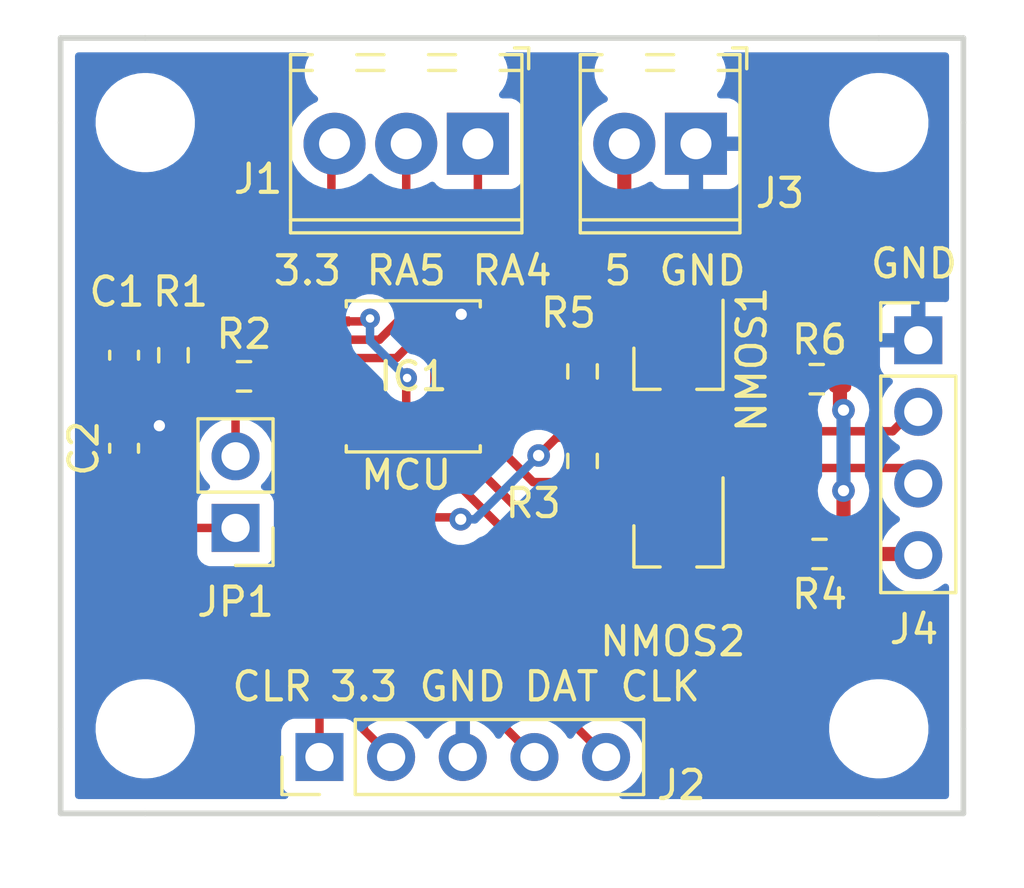
<source format=kicad_pcb>
(kicad_pcb (version 20211014) (generator pcbnew)
  (layers (0 "F.Cu" signal) (31 "B.Cu" power) (34 "B.Paste" user) (35 "F.Paste" user) (36 "B.SilkS" user "B.Silkscreen") (37 "F.SilkS" user "F.Silkscreen") (38 "B.Mask" user) (39 "F.Mask" user) (44 "Edge.Cuts" user))
  (net 0 "")
  (net 1 "GND")
  (net 2 "Net-(C2-Pad1)")
  (net 3 "RA5")
  (net 4 "MCLR")
  (net 6 "RA4")
  (net 7 "MCUTX")
  (net 8 "MCURX")
  (net 11 "CLK")
  (net 12 "DATA")
  (net 13 "+5V")
  (net 14 "STX")
  (net 15 "SRX")
  (net 16 "+3.3V")
  (net 17 "Net-(JP1-Pad2)")
  (footprint "MountingHole:MountingHole_2.5mm" (layer "F.Cu") (at -31 -75.5)
    (fp_text reference "H2")
    (fp_text value "MountingHole")
    (pad "" np_thru_hole circle (at 0 0) (size 2.5 2.5) (drill 2.5) (layers *.Cu *.Mask))
  )
  (footprint "Capacitor_SMD:C_0603_1608Metric" (layer "F.Cu") (at -31.75 -88.75 -90)
    (fp_text reference "C1" (at -2.25 0.25 180) (layer "F.SilkS"))
    (fp_text value "100n")
    (fp_line (start -0.14058 0.51) (end 0.14058 0.51) (layer "F.SilkS") (width 0.12))
    (fp_line (start -0.14058 -0.51) (end 0.14058 -0.51) (layer "F.SilkS") (width 0.12))
    (pad "1" smd roundrect (at -0.775 0 270) (size 0.9 0.95) (layers "F.Cu" "F.Paste" "F.Mask") (net 16 "+3.3V"))
    (pad "2" smd roundrect (at 0.775 0 270) (size 0.9 0.95) (layers "F.Cu" "F.Paste" "F.Mask") (net 1 "GND"))
  )
  (footprint "Resistor_SMD:R_0603_1608Metric" (layer "F.Cu") (at -15.5 -85 -90)
    (fp_text reference "R3" (at 1.5 1.75 180) (layer "F.SilkS"))
    (fp_text value "10k")
    (fp_line (start -0.237258 -0.5225) (end 0.237258 -0.5225) (layer "F.SilkS") (width 0.12))
    (fp_line (start -0.237258 0.5225) (end 0.237258 0.5225) (layer "F.SilkS") (width 0.12))
    (pad "1" smd roundrect (at -0.825 0 270) (size 0.8 0.95) (layers "F.Cu" "F.Paste" "F.Mask") (net 16 "+3.3V"))
    (pad "2" smd roundrect (at 0.825 0 270) (size 0.8 0.95) (layers "F.Cu" "F.Paste" "F.Mask") (net 7 "MCUTX"))
  )
  (footprint "Resistor_SMD:R_0603_1608Metric" (layer "F.Cu") (at -7.2 -87.9 180)
    (fp_text reference "R6" (at -0.1 1.4 180) (layer "F.SilkS"))
    (fp_text value "10k")
    (fp_line (start -0.237258 0.5225) (end 0.237258 0.5225) (layer "F.SilkS") (width 0.12))
    (fp_line (start -0.237258 -0.5225) (end 0.237258 -0.5225) (layer "F.SilkS") (width 0.12))
    (pad "1" smd roundrect (at -0.825 0 180) (size 0.8 0.95) (layers "F.Cu" "F.Paste" "F.Mask") (net 13 "+5V"))
    (pad "2" smd roundrect (at 0.825 0 180) (size 0.8 0.95) (layers "F.Cu" "F.Paste" "F.Mask") (net 14 "STX"))
  )
  (footprint "Connector_PinHeader_2.54mm:PinHeader_1x05_P2.54mm_Vertical" (layer "F.Cu") (at -24.825 -74.5 90)
    (fp_text reference "J2" (at -1 12.825 180) (layer "F.SilkS"))
    (fp_text value "Conn_01x05")
    (fp_line (start 1.33 1.27) (end 1.33 11.49) (layer "F.SilkS") (width 0.12))
    (fp_line (start -1.33 11.49) (end 1.33 11.49) (layer "F.SilkS") (width 0.12))
    (fp_line (start -1.33 0) (end -1.33 -1.33) (layer "F.SilkS") (width 0.12))
    (fp_line (start -1.33 1.27) (end 1.33 1.27) (layer "F.SilkS") (width 0.12))
    (fp_line (start -1.33 -1.33) (end 0 -1.33) (layer "F.SilkS") (width 0.12))
    (fp_line (start -1.33 1.27) (end -1.33 11.49) (layer "F.SilkS") (width 0.12))
    (pad "1" thru_hole rect (at 0 0 90) (size 1.7 1.7) (drill 1) (layers *.Cu *.Mask) (net 4 "MCLR"))
    (pad "2" thru_hole oval (at 0 2.54 90) (size 1.7 1.7) (drill 1) (layers *.Cu *.Mask) (net 16 "+3.3V"))
    (pad "3" thru_hole oval (at 0 5.08 90) (size 1.7 1.7) (drill 1) (layers *.Cu *.Mask) (net 1 "GND"))
    (pad "4" thru_hole oval (at 0 7.62 90) (size 1.7 1.7) (drill 1) (layers *.Cu *.Mask) (net 12 "DATA"))
    (pad "5" thru_hole oval (at 0 10.16 90) (size 1.7 1.7) (drill 1) (layers *.Cu *.Mask) (net 11 "CLK"))
  )
  (footprint "MountingHole:MountingHole_2.5mm" (layer "F.Cu") (at -5 -75.5)
    (fp_text reference "H4")
    (fp_text value "MountingHole")
    (pad "" np_thru_hole circle (at 0 0) (size 2.5 2.5) (drill 2.5) (layers *.Cu *.Mask))
  )
  (footprint "MountingHole:MountingHole_2.5mm" (layer "F.Cu") (at -5 -97)
    (fp_text reference "H3")
    (fp_text value "MountingHole")
    (pad "" np_thru_hole circle (at 0 0) (size 2.5 2.5) (drill 2.5) (layers *.Cu *.Mask))
  )
  (footprint "Resistor_SMD:R_0603_1608Metric" (layer "F.Cu") (at -27.5 -88 180)
    (fp_text reference "R2" (at 0 1.5) (layer "F.SilkS"))
    (fp_text value "220")
    (fp_line (start -0.237258 0.5225) (end 0.237258 0.5225) (layer "F.SilkS") (width 0.12))
    (fp_line (start -0.237258 -0.5225) (end 0.237258 -0.5225) (layer "F.SilkS") (width 0.12))
    (pad "1" smd roundrect (at -0.825 0 180) (size 0.8 0.95) (layers "F.Cu" "F.Paste" "F.Mask") (net 4 "MCLR"))
    (pad "2" smd roundrect (at 0.825 0 180) (size 0.8 0.95) (layers "F.Cu" "F.Paste" "F.Mask") (net 17 "Net-(JP1-Pad2)"))
  )
  (footprint "Package_TO_SOT_SMD:SOT-23_Handsoldering" (layer "F.Cu") (at -12.1 -82 -90)
    (fp_text reference "NMOS2" (at 3.4 0.2 180) (layer "F.SilkS"))
    (fp_text value "BSS138")
    (fp_line (start 0.76 1.58) (end 0.76 0.65) (layer "F.SilkS") (width 0.12))
    (fp_line (start 0.76 -1.58) (end 0.76 -0.65) (layer "F.SilkS") (width 0.12))
    (fp_line (start 0.76 -1.58) (end -2.4 -1.58) (layer "F.SilkS") (width 0.12))
    (fp_line (start 0.76 1.58) (end -0.7 1.58) (layer "F.SilkS") (width 0.12))
    (pad "1" smd rect (at 1.5 0 270) (size 1.9 0.8) (layers "F.Cu" "F.Paste" "F.Mask") (net 15 "SRX"))
    (pad "2" smd rect (at -1.5 -0.95 270) (size 1.9 0.8) (layers "F.Cu" "F.Paste" "F.Mask") (net 16 "+3.3V"))
    (pad "3" smd rect (at -1.5 0.95 270) (size 1.9 0.8) (layers "F.Cu" "F.Paste" "F.Mask") (net 7 "MCUTX"))
  )
  (footprint "TerminalBlock_Phoenix:TerminalBlock_Phoenix_MPT-0,5-3-2.54_1x03_P2.54mm_Horizontal" (layer "F.Cu") (at -19.21 -96.25 180)
    (fp_text reference "J1" (at 7.79 -1.25) (layer "F.SilkS"))
    (fp_text value "Conn_01x03")
    (fp_line (start 0.79 3.16) (end 1.75 3.16) (layer "F.SilkS") (width 0.12))
    (fp_line (start 6.64 -3.16) (end 6.64 3.16) (layer "F.SilkS") (width 0.12))
    (fp_line (start 0.79 2.6) (end 1.75 2.6) (layer "F.SilkS") (width 0.12))
    (fp_line (start -1.56 -3.16) (end -1.56 3.16) (layer "F.SilkS") (width 0.12))
    (fp_line (start 5.87 3.16) (end 6.64 3.16) (layer "F.SilkS") (width 0.12))
    (fp_line (start -1.8 2.66) (end -1.8 3.4) (layer "F.SilkS") (width 0.12))
    (fp_line (start 5.87 2.6) (end 6.64 2.6) (layer "F.SilkS") (width 0.12))
    (fp_line (start -1.56 2.6) (end -0.79 2.6) (layer "F.SilkS") (width 0.12))
    (fp_line (start -1.56 -2.7) (end 6.64 -2.7) (layer "F.SilkS") (width 0.12))
    (fp_line (start 3.33 2.6) (end 4.29 2.6) (layer "F.SilkS") (width 0.12))
    (fp_line (start 3.33 3.16) (end 4.29 3.16) (layer "F.SilkS") (width 0.12))
    (fp_line (start -1.56 3.16) (end -0.79 3.16) (layer "F.SilkS") (width 0.12))
    (fp_line (start -1.8 3.4) (end -1.3 3.4) (layer "F.SilkS") (width 0.12))
    (fp_line (start -1.56 -3.16) (end 6.64 -3.16) (layer "F.SilkS") (width 0.12))
    (pad "" np_thru_hole circle (at 0 2.54 180) (size 1.1 1.1) (drill 1.1) (layers *.Cu *.Mask))
    (pad "" np_thru_hole circle (at 5.08 2.54 180) (size 1.1 1.1) (drill 1.1) (layers *.Cu *.Mask))
    (pad "" np_thru_hole circle (at 2.54 2.54 180) (size 1.1 1.1) (drill 1.1) (layers *.Cu *.Mask))
    (pad "1" thru_hole rect (at 0 0 180) (size 2.2 2.2) (drill 1.1) (layers *.Cu *.Mask) (net 6 "RA4"))
    (pad "2" thru_hole circle (at 2.54 0 180) (size 2.2 2.2) (drill 1.1) (layers *.Cu *.Mask) (net 3 "RA5"))
    (pad "3" thru_hole circle (at 5.08 0 180) (size 2.2 2.2) (drill 1.1) (layers *.Cu *.Mask) (net 16 "+3.3V"))
  )
  (footprint "Connector_PinHeader_2.54mm:PinHeader_1x04_P2.54mm_Vertical" (layer "F.Cu") (at -3.6 -89.28)
    (fp_text reference "J4" (at -0.15 10.25) (layer "F.SilkS"))
    (fp_text value "HC-SR04")
    (fp_line (start -1.33 0) (end -1.33 -1.33) (layer "F.SilkS") (width 0.12))
    (fp_line (start 1.33 1.27) (end 1.33 8.95) (layer "F.SilkS") (width 0.12))
    (fp_line (start -1.33 1.27) (end -1.33 8.95) (layer "F.SilkS") (width 0.12))
    (fp_line (start -1.33 8.95) (end 1.33 8.95) (layer "F.SilkS") (width 0.12))
    (fp_line (start -1.33 -1.33) (end 0 -1.33) (layer "F.SilkS") (width 0.12))
    (fp_line (start -1.33 1.27) (end 1.33 1.27) (layer "F.SilkS") (width 0.12))
    (pad "1" thru_hole rect (at 0 0) (size 1.7 1.7) (drill 1) (layers *.Cu *.Mask) (net 1 "GND"))
    (pad "2" thru_hole oval (at 0 2.54) (size 1.7 1.7) (drill 1) (layers *.Cu *.Mask) (net 14 "STX"))
    (pad "3" thru_hole oval (at 0 5.08) (size 1.7 1.7) (drill 1) (layers *.Cu *.Mask) (net 15 "SRX"))
    (pad "4" thru_hole oval (at 0 7.62) (size 1.7 1.7) (drill 1) (layers *.Cu *.Mask) (net 13 "+5V"))
  )
  (footprint "TerminalBlock_Phoenix:TerminalBlock_Phoenix_MPT-0,5-2-2.54_1x02_P2.54mm_Horizontal" (layer "F.Cu") (at -11.48 -96.25 180)
    (fp_text reference "J3" (at -2.98 -1.75) (layer "F.SilkS"))
    (fp_text value "Conn_01x02")
    (fp_line (start -1.56 -3.16) (end 4.1 -3.16) (layer "F.SilkS") (width 0.12))
    (fp_line (start 3.33 2.6) (end 4.1 2.6) (layer "F.SilkS") (width 0.12))
    (fp_line (start 3.33 3.16) (end 4.1 3.16) (layer "F.SilkS") (width 0.12))
    (fp_line (start 0.79 3.16) (end 1.75 3.16) (layer "F.SilkS") (width 0.12))
    (fp_line (start 0.79 2.6) (end 1.75 2.6) (layer "F.SilkS") (width 0.12))
    (fp_line (start -1.56 3.16) (end -0.79 3.16) (layer "F.SilkS") (width 0.12))
    (fp_line (start -1.56 -2.7) (end 4.1 -2.7) (layer "F.SilkS") (width 0.12))
    (fp_line (start 4.1 -3.16) (end 4.1 3.16) (layer "F.SilkS") (width 0.12))
    (fp_line (start -1.8 2.66) (end -1.8 3.4) (layer "F.SilkS") (width 0.12))
    (fp_line (start -1.8 3.4) (end -1.3 3.4) (layer "F.SilkS") (width 0.12))
    (fp_line (start -1.56 -3.16) (end -1.56 3.16) (layer "F.SilkS") (width 0.12))
    (fp_line (start -1.56 2.6) (end -0.79 2.6) (layer "F.SilkS") (width 0.12))
    (pad "" np_thru_hole circle (at 2.54 2.54 180) (size 1.1 1.1) (drill 1.1) (layers *.Cu *.Mask))
    (pad "" np_thru_hole circle (at 0 2.54 180) (size 1.1 1.1) (drill 1.1) (layers *.Cu *.Mask))
    (pad "1" thru_hole rect (at 0 0 180) (size 2.2 2.2) (drill 1.1) (layers *.Cu *.Mask) (net 1 "GND"))
    (pad "2" thru_hole circle (at 2.54 0 180) (size 2.2 2.2) (drill 1.1) (layers *.Cu *.Mask) (net 13 "+5V"))
  )
  (footprint "footprints:PIC16F15224-E&slash_ST" (layer "F.Cu") (at -21.5 -88)
    (fp_text reference "IC1" (at 0 0) (layer "F.SilkS"))
    (fp_text value "MCU" (at -0.25 3.5) (layer "F.SilkS"))
    (fp_line (start -2.3749 2.6797) (end 2.3749 2.6797) (layer "F.SilkS") (width 0.12))
    (fp_line (start 2.3749 2.6797) (end 2.3749 2.460541) (layer "F.SilkS") (width 0.12))
    (fp_line (start -2.3749 -2.6797) (end -2.3749 -2.460541) (layer "F.SilkS") (width 0.12))
    (fp_line (start 2.3749 -2.6797) (end -2.3749 -2.6797) (layer "F.SilkS") (width 0.12))
    (fp_line (start 2.3749 -2.460539) (end 2.3749 -2.6797) (layer "F.SilkS") (width 0.12))
    (fp_line (start -2.3749 2.460539) (end -2.3749 2.6797) (layer "F.SilkS") (width 0.12))
    (pad "1" smd rect (at -2.90195 -1.950001) (size 1.3081 0.3556) (layers "F.Cu" "F.Paste" "F.Mask") (net 16 "+3.3V"))
    (pad "2" smd rect (at -2.90195 -1.3) (size 1.3081 0.3556) (layers "F.Cu" "F.Paste" "F.Mask") (net 3 "RA5"))
    (pad "3" smd rect (at -2.90195 -0.649999) (size 1.3081 0.3556) (layers "F.Cu" "F.Paste" "F.Mask") (net 6 "RA4"))
    (pad "4" smd rect (at -2.90195 0) (size 1.3081 0.3556) (layers "F.Cu" "F.Paste" "F.Mask") (net 4 "MCLR"))
    (pad "5" smd rect (at -2.90195 0.649999) (size 1.3081 0.3556) (layers "F.Cu" "F.Paste" "F.Mask"))
    (pad "6" smd rect (at -2.90195 1.3) (size 1.3081 0.3556) (layers "F.Cu" "F.Paste" "F.Mask"))
    (pad "7" smd rect (at -2.90195 1.949999) (size 1.3081 0.3556) (layers "F.Cu" "F.Paste" "F.Mask"))
    (pad "8" smd rect (at 2.90195 1.950001) (size 1.3081 0.3556) (layers "F.Cu" "F.Paste" "F.Mask") (net 7 "MCUTX"))
    (pad "9" smd rect (at 2.90195 1.3) (size 1.3081 0.3556) (layers "F.Cu" "F.Paste" "F.Mask") (net 8 "MCURX"))
    (pad "10" smd rect (at 2.90195 0.650001) (size 1.3081 0.3556) (layers "F.Cu" "F.Paste" "F.Mask"))
    (pad "11" smd rect (at 2.90195 0) (size 1.3081 0.3556) (layers "F.Cu" "F.Paste" "F.Mask"))
    (pad "12" smd rect (at 2.90195 -0.649999) (size 1.3081 0.3556) (layers "F.Cu" "F.Paste" "F.Mask") (net 11 "CLK"))
    (pad "13" smd rect (at 2.90195 -1.3) (size 1.3081 0.3556) (layers "F.Cu" "F.Paste" "F.Mask") (net 12 "DATA"))
    (pad "14" smd rect (at 2.90195 -1.949999) (size 1.3081 0.3556) (layers "F.Cu" "F.Paste" "F.Mask") (net 1 "GND"))
  )
  (footprint "Connector_PinHeader_2.54mm:PinHeader_1x02_P2.54mm_Vertical" (layer "F.Cu") (at -27.8 -82.625 180)
    (fp_text reference "JP1" (at 0 -2.625) (layer "F.SilkS"))
    (fp_text value "Jumper_2_Bridged")
    (fp_line (start -1.33 3.87) (end 1.33 3.87) (layer "F.SilkS") (width 0.12))
    (fp_line (start 1.33 1.27) (end 1.33 3.87) (layer "F.SilkS") (width 0.12))
    (fp_line (start -1.33 1.27) (end 1.33 1.27) (layer "F.SilkS") (width 0.12))
    (fp_line (start -1.33 0) (end -1.33 -1.33) (layer "F.SilkS") (width 0.12))
    (fp_line (start -1.33 -1.33) (end 0 -1.33) (layer "F.SilkS") (width 0.12))
    (fp_line (start -1.33 1.27) (end -1.33 3.87) (layer "F.SilkS") (width 0.12))
    (pad "1" thru_hole rect (at 0 0 180) (size 1.7 1.7) (drill 1) (layers *.Cu *.Mask) (net 2 "Net-(C2-Pad1)"))
    (pad "2" thru_hole oval (at 0 2.54 180) (size 1.7 1.7) (drill 1) (layers *.Cu *.Mask) (net 17 "Net-(JP1-Pad2)"))
  )
  (footprint "Resistor_SMD:R_0603_1608Metric" (layer "F.Cu") (at -7.1 -81.7 180)
    (fp_text reference "R4" (at 0 -1.43) (layer "F.SilkS"))
    (fp_text value "10k")
    (fp_line (start -0.237258 -0.5225) (end 0.237258 -0.5225) (layer "F.SilkS") (width 0.12))
    (fp_line (start -0.237258 0.5225) (end 0.237258 0.5225) (layer "F.SilkS") (width 0.12))
    (pad "1" smd roundrect (at -0.825 0 180) (size 0.8 0.95) (layers "F.Cu" "F.Paste" "F.Mask") (net 13 "+5V"))
    (pad "2" smd roundrect (at 0.825 0 180) (size 0.8 0.95) (layers "F.Cu" "F.Paste" "F.Mask") (net 15 "SRX"))
  )
  (footprint "Capacitor_SMD:C_0603_1608Metric" (layer "F.Cu") (at -31.75 -85.45 90)
    (fp_text reference "C2" (at 0 -1.43 90) (layer "F.SilkS"))
    (fp_text value "10n")
    (fp_line (start -0.14058 -0.51) (end 0.14058 -0.51) (layer "F.SilkS") (width 0.12))
    (fp_line (start -0.14058 0.51) (end 0.14058 0.51) (layer "F.SilkS") (width 0.12))
    (pad "1" smd roundrect (at -0.775 0 90) (size 0.9 0.95) (layers "F.Cu" "F.Paste" "F.Mask") (net 2 "Net-(C2-Pad1)"))
    (pad "2" smd roundrect (at 0.775 0 90) (size 0.9 0.95) (layers "F.Cu" "F.Paste" "F.Mask") (net 1 "GND"))
  )
  (footprint "Package_TO_SOT_SMD:SOT-23_Handsoldering" (layer "F.Cu") (at -12.1 -88.3 -90)
    (fp_text reference "NMOS1" (at -0.3 -2.6 90) (layer "F.SilkS"))
    (fp_text value "BSS138")
    (fp_line (start 0.76 -1.58) (end 0.76 -0.65) (layer "F.SilkS") (width 0.12))
    (fp_line (start 0.76 -1.58) (end -2.4 -1.58) (layer "F.SilkS") (width 0.12))
    (fp_line (start 0.76 1.58) (end 0.76 0.65) (layer "F.SilkS") (width 0.12))
    (fp_line (start 0.76 1.58) (end -0.7 1.58) (layer "F.SilkS") (width 0.12))
    (pad "1" smd rect (at 1.5 0 270) (size 1.9 0.8) (layers "F.Cu" "F.Paste" "F.Mask") (net 14 "STX"))
    (pad "2" smd rect (at -1.5 -0.95 270) (size 1.9 0.8) (layers "F.Cu" "F.Paste" "F.Mask") (net 16 "+3.3V"))
    (pad "3" smd rect (at -1.5 0.95 270) (size 1.9 0.8) (layers "F.Cu" "F.Paste" "F.Mask") (net 8 "MCURX"))
  )
  (footprint "Resistor_SMD:R_0603_1608Metric" (layer "F.Cu") (at -15.5 -88.175 90)
    (fp_text reference "R5" (at 2.075 -0.5 180) (layer "F.SilkS"))
    (fp_text value "10k")
    (fp_line (start -0.237258 0.5225) (end 0.237258 0.5225) (layer "F.SilkS") (width 0.12))
    (fp_line (start -0.237258 -0.5225) (end 0.237258 -0.5225) (layer "F.SilkS") (width 0.12))
    (pad "1" smd roundrect (at -0.825 0 90) (size 0.8 0.95) (layers "F.Cu" "F.Paste" "F.Mask") (net 16 "+3.3V"))
    (pad "2" smd roundrect (at 0.825 0 90) (size 0.8 0.95) (layers "F.Cu" "F.Paste" "F.Mask") (net 8 "MCURX"))
  )
  (footprint "MountingHole:MountingHole_2.5mm" (layer "F.Cu") (at -31 -97)
    (fp_text reference "H1")
    (fp_text value "MountingHole")
    (pad "" np_thru_hole circle (at 0 0) (size 2.5 2.5) (drill 2.5) (layers *.Cu *.Mask))
  )
  (footprint "Resistor_SMD:R_0603_1608Metric" (layer "F.Cu") (at -30 -88.75 90)
    (fp_text reference "R1" (at 2.25 0.25 180) (layer "F.SilkS"))
    (fp_text value "10k")
    (fp_line (start -0.237258 -0.5225) (end 0.237258 -0.5225) (layer "F.SilkS") (width 0.12))
    (fp_line (start -0.237258 0.5225) (end 0.237258 0.5225) (layer "F.SilkS") (width 0.12))
    (pad "1" smd roundrect (at -0.825 0 90) (size 0.8 0.95) (layers "F.Cu" "F.Paste" "F.Mask") (net 17 "Net-(JP1-Pad2)"))
    (pad "2" smd roundrect (at 0.825 0 90) (size 0.8 0.95) (layers "F.Cu" "F.Paste" "F.Mask") (net 16 "+3.3V"))
  )
  (gr_line (start -2 -72.5) (end -5 -72.5) (layer "Edge.Cuts") (width 0.2))
  (gr_line (start -31 -100) (end -5 -100) (layer "Edge.Cuts") (width 0.2))
  (gr_line (start -34 -75.5) (end -34 -72.5) (layer "Edge.Cuts") (width 0.2))
  (gr_line (start -31 -72.5) (end -5 -72.5) (layer "Edge.Cuts") (width 0.2))
  (gr_line (start -2 -75.5) (end -2 -97) (layer "Edge.Cuts") (width 0.2))
  (gr_line (start -34 -97) (end -34 -100) (layer "Edge.Cuts") (width 0.2))
  (gr_line (start -34 -75.5) (end -34 -97) (layer "Edge.Cuts") (width 0.2))
  (gr_line (start -34 -72.5) (end -31 -72.5) (layer "Edge.Cuts") (width 0.2))
  (gr_line (start -2 -75.5) (end -2 -72.5) (layer "Edge.Cuts") (width 0.2))
  (gr_line (start -5 -100) (end -2 -100) (layer "Edge.Cuts") (width 0.2))
  (gr_line (start -34 -100) (end -31 -100) (layer "Edge.Cuts") (width 0.2))
  (gr_line (start -2 -100) (end -2 -97) (layer "Edge.Cuts") (width 0.2))
  (gr_text "GND" (at -3.75 -92) (layer "F.SilkS") (effects (font (size 1 1))))
  (gr_text "RA4" (at -18 -91.75) (layer "F.SilkS") (effects (font (size 1 1))))
  (gr_text "CLK" (at -12.75 -77) (layer "F.SilkS") (effects (font (size 1 1))))
  (gr_text "GND" (at -11.25 -91.75) (layer "F.SilkS") (effects (font (size 1 1))))
  (gr_text "CLR" (at -26.5 -77) (layer "F.SilkS") (effects (font (size 1 1))))
  (gr_text "DAT" (at -16.25 -77) (layer "F.SilkS") (effects (font (size 1 1))))
  (gr_text "3.3" (at -23.25 -77) (layer "F.SilkS") (effects (font (size 1 1))))
  (gr_text "RA5" (at -21.75 -91.75) (layer "F.SilkS") (effects (font (size 1 1))))
  (gr_text "5" (at -14.25 -91.75) (layer "F.SilkS") (effects (font (size 1 1))))
  (gr_text "GND" (at -19.75 -77) (layer "F.SilkS") (effects (font (size 1 1))))
  (gr_text "3.3" (at -25.25 -91.75) (layer "F.SilkS") (effects (font (size 1 1))))
  (segment (start -31.75 -86.225) (end -30.525 -86.225) (width 0.5) (layer "F.Cu") (net 1))
  (segment (start -30.525 -86.225) (end -30.5 -86.25) (width 0.5) (layer "F.Cu") (net 1))
  (segment (start -31.75 -86.225) (end -31.75 -87.975) (width 0.5) (layer "F.Cu") (net 1))
  (segment (start -19.8 -90.2) (end -19.549999 -89.949999) (width 0.3) (layer "F.Cu") (net 1))
  (segment (start -19.549999 -89.949999) (end -18.59805 -89.949999) (width 0.3) (layer "F.Cu") (net 1))
  (via (at -19.8 -90.2) (size 0.8) (drill 0.4) (layers "F.Cu" "B.Cu") (net 1))
  (via (at -30.5 -86.25) (size 0.8) (drill 0.4) (layers "F.Cu" "B.Cu") (net 1))
  (segment (start -27.8 -82.625) (end -29.7 -82.625) (width 0.3) (layer "F.Cu") (net 2))
  (segment (start -29.7 -82.625) (end -31.75 -84.675) (width 0.3) (layer "F.Cu") (net 2))
  (segment (start -21.75 -90.25) (end -22.7 -89.3) (width 0.3) (layer "F.Cu") (net 3))
  (segment (start -21.75 -96.25) (end -21.75 -90.25) (width 0.3) (layer "F.Cu") (net 3))
  (segment (start -22.7 -89.3) (end -24.40195 -89.3) (width 0.3) (layer "F.Cu") (net 3))
  (segment (start -22.75 -85) (end -22.75 -87.337901) (width 0.3) (layer "F.Cu") (net 4))
  (segment (start -23.412099 -88) (end -24.40195 -88) (width 0.3) (layer "F.Cu") (net 4))
  (segment (start -24.825 -82.925) (end -22.75 -85) (width 0.3) (layer "F.Cu") (net 4))
  (segment (start -22.75 -87.337901) (end -23.412099 -88) (width 0.3) (layer "F.Cu") (net 4))
  (segment (start -24.40195 -88) (end -26.675 -88) (width 0.3) (layer "F.Cu") (net 4))
  (segment (start -24.825 -74.5) (end -24.825 -82.925) (width 0.3) (layer "F.Cu") (net 4))
  (segment (start -19.21 -96.25) (end -19.21 -93.54) (width 0.3) (layer "F.Cu") (net 6))
  (segment (start -19.21 -93.54) (end -20.75 -92) (width 0.3) (layer "F.Cu") (net 6))
  (segment (start -20.75 -92) (end -20.75 -90) (width 0.3) (layer "F.Cu") (net 6))
  (segment (start -22.100001 -88.649999) (end -24.40195 -88.649999) (width 0.3) (layer "F.Cu") (net 6))
  (segment (start -20.75 -90) (end -22.100001 -88.649999) (width 0.3) (layer "F.Cu") (net 6))
  (segment (start -15.575 -84.25) (end -15.5 -84.175) (width 0.3) (layer "F.Cu") (net 7))
  (segment (start -15.5 -84.175) (end -13.725 -84.175) (width 0.3) (layer "F.Cu") (net 7))
  (segment (start -18.59805 -85.59805) (end -17.25 -84.25) (width 0.3) (layer "F.Cu") (net 7))
  (segment (start -13.725 -84.175) (end -13.05 -83.5) (width 0.3) (layer "F.Cu") (net 7))
  (segment (start -17.25 -84.25) (end -15.575 -84.25) (width 0.3) (layer "F.Cu") (net 7))
  (segment (start -18.59805 -86.049999) (end -18.59805 -85.59805) (width 0.3) (layer "F.Cu") (net 7))
  (segment (start -15.5 -88.808199) (end -15.5 -89) (width 0.3) (layer "F.Cu") (net 8))
  (segment (start -17.608199 -86.7) (end -15.5 -88.808199) (width 0.3) (layer "F.Cu") (net 8))
  (segment (start -15.5 -89) (end -13.85 -89) (width 0.3) (layer "F.Cu") (net 8))
  (segment (start -18.59805 -86.7) (end -17.608199 -86.7) (width 0.3) (layer "F.Cu") (net 8))
  (segment (start -13.85 -89) (end -13.05 -89.8) (width 0.3) (layer "F.Cu") (net 8))
  (segment (start -20 -88.104425) (end -19.454426 -88.649999) (width 0.3) (layer "F.Cu") (net 11))
  (segment (start -14.665 -74.5) (end -17.25 -77.085) (width 0.3) (layer "F.Cu") (net 11))
  (segment (start -20 -85.5) (end -20 -88.104425) (width 0.3) (layer "F.Cu") (net 11))
  (segment (start -19.454426 -88.649999) (end -18.59805 -88.649999) (width 0.3) (layer "F.Cu") (net 11))
  (segment (start -17.25 -82.75) (end -20 -85.5) (width 0.3) (layer "F.Cu") (net 11))
  (segment (start -17.25 -77.085) (end -17.25 -82.75) (width 0.3) (layer "F.Cu") (net 11))
  (segment (start -18.5 -75.795) (end -18.5 -82.75) (width 0.3) (layer "F.Cu") (net 12))
  (segment (start -20.75 -85) (end -20.75 -88.75) (width 0.3) (layer "F.Cu") (net 12))
  (segment (start -20.75 -88.75) (end -20.2 -89.3) (width 0.3) (layer "F.Cu") (net 12))
  (segment (start -17.205 -74.5) (end -18.5 -75.795) (width 0.3) (layer "F.Cu") (net 12))
  (segment (start -18.5 -82.75) (end -20.75 -85) (width 0.3) (layer "F.Cu") (net 12))
  (segment (start -20.2 -89.3) (end -18.59805 -89.3) (width 0.3) (layer "F.Cu") (net 12))
  (segment (start -6.375 -87.9) (end -6.375 -86.9285) (width 0.5) (layer "F.Cu") (net 13))
  (segment (start -6.375 -86.9285) (end -6.25 -86.8035) (width 0.5) (layer "F.Cu") (net 13))
  (segment (start -3.77 -81.7) (end -3.75 -81.68) (width 0.5) (layer "F.Cu") (net 13))
  (segment (start -6.275 -81.7) (end -3.77 -81.7) (width 0.5) (layer "F.Cu") (net 13))
  (segment (start -7.3 -92.3) (end -6.375 -91.375) (width 0.5) (layer "F.Cu") (net 13))
  (segment (start -14.02 -93.22) (end -13.1 -92.3) (width 0.5) (layer "F.Cu") (net 13))
  (segment (start -13.1 -92.3) (end -7.3 -92.3) (width 0.5) (layer "F.Cu") (net 13))
  (segment (start -14.02 -96.25) (end -14.02 -93.22) (width 0.5) (layer "F.Cu") (net 13))
  (segment (start -6.375 -91.375) (end -6.375 -87.9) (width 0.5) (layer "F.Cu") (net 13))
  (segment (start -6.25 -83.9465) (end -6.25 -81.725) (width 0.5) (layer "F.Cu") (net 13))
  (via (at -6.25 -86.8035) (size 0.8) (drill 0.4) (layers "F.Cu" "B.Cu") (net 13))
  (via (at -6.25 -83.9465) (size 0.8) (drill 0.4) (layers "F.Cu" "B.Cu") (net 13))
  (segment (start -6.25 -86.8035) (end -6.25 -83.9465) (width 0.5) (layer "B.Cu") (net 13))
  (segment (start -3.6 -86.96) (end -4.5065 -86.0535) (width 0.3) (layer "F.Cu") (net 14))
  (segment (start -9.1 -87.9) (end -10.2 -86.8) (width 0.3) (layer "F.Cu") (net 14))
  (segment (start -4.5065 -86.0535) (end -7.2535 -86.0535) (width 0.3) (layer "F.Cu") (net 14))
  (segment (start -7.2535 -86.0535) (end -8.025 -86.825) (width 0.3) (layer "F.Cu") (net 14))
  (segment (start -10.2 -86.8) (end -12.1 -86.8) (width 0.3) (layer "F.Cu") (net 14))
  (segment (start -8.025 -87.9) (end -9.1 -87.9) (width 0.3) (layer "F.Cu") (net 14))
  (segment (start -8.025 -86.825) (end -8.025 -87.9) (width 0.3) (layer "F.Cu") (net 14))
  (segment (start -12.1 -80.5) (end -10.5 -80.5) (width 0.3) (layer "F.Cu") (net 15))
  (segment (start -9.3 -81.7) (end -7.925 -81.7) (width 0.3) (layer "F.Cu") (net 15))
  (segment (start -7.25 -84.75) (end -3.93 -84.75) (width 0.3) (layer "F.Cu") (net 15))
  (segment (start -7.925 -84.075) (end -7.25 -84.75) (width 0.3) (layer "F.Cu") (net 15))
  (segment (start -10.5 -80.5) (end -9.3 -81.7) (width 0.3) (layer "F.Cu") (net 15))
  (segment (start -7.925 -81.7) (end -7.925 -84.075) (width 0.3) (layer "F.Cu") (net 15))
  (segment (start -3.93 -84.75) (end -3.6 -84.42) (width 0.3) (layer "F.Cu") (net 15))
  (segment (start -23.136305 -89.950001) (end -23.032806 -90.0535) (width 0.3) (layer "F.Cu") (net 16))
  (segment (start -16.425 -85.825) (end -15.5 -85.825) (width 0.3) (layer "F.Cu") (net 16))
  (segment (start -24.40195 -89.950001) (end -23.136305 -89.950001) (width 0.3) (layer "F.Cu") (net 16))
  (segment (start -21.75 -87.911601) (end -21.75 -83) (width 0.3) (layer "F.Cu") (net 16))
  (segment (start -24.40195 -91.65195) (end -24.40195 -96.13805) (width 0.3) (layer "F.Cu") (net 16))
  (segment (start -13.6 -87.35) (end -11.15 -89.8) (width 0.3) (layer "F.Cu") (net 16))
  (segment (start -21.71906 -87.942541) (end -21.75 -87.911601) (width 0.3) (layer "F.Cu") (net 16))
  (segment (start -13.325 -85.825) (end -11.15 -83.65) (width 0.3) (layer "F.Cu") (net 16))
  (segment (start -23.25 -81.5) (end -23.25 -75.465) (width 0.3) (layer "F.Cu") (net 16))
  (segment (start -23.25 -75.465) (end -22.285 -74.5) (width 0.3) (layer "F.Cu") (net 16))
  (segment (start -24.40195 -89.950001) (end -24.40195 -91.65195) (width 0.3) (layer "F.Cu") (net 16))
  (segment (start -15.5 -85.825) (end -15.5 -87.35) (width 0.3) (layer "F.Cu") (net 16))
  (segment (start -26.449999 -89.950001) (end -24.40195 -89.950001) (width 0.3) (layer "F.Cu") (net 16))
  (segment (start -24.40195 -96.13805) (end -24.29 -96.25) (width 0.3) (layer "F.Cu") (net 16))
  (segment (start -11.15 -83.65) (end -11.15 -83.5) (width 0.3) (layer "F.Cu") (net 16))
  (segment (start -19.886322 -83) (end -21.75 -83) (width 0.3) (layer "F.Cu") (net 16))
  (segment (start -21.75 -83) (end -23.25 -81.5) (width 0.3) (layer "F.Cu") (net 16))
  (segment (start -30 -89.575) (end -31.7 -89.575) (width 0.3) (layer "F.Cu") (net 16))
  (segment (start -15.5 -87.35) (end -13.6 -87.35) (width 0.3) (layer "F.Cu") (net 16))
  (segment (start -30 -89.575) (end -26.825 -89.575) (width 0.3) (layer "F.Cu") (net 16))
  (segment (start -17.056839 -85.193161) (end -16.425 -85.825) (width 0.3) (layer "F.Cu") (net 16))
  (segment (start -19.818161 -82.931839) (end -19.886322 -83) (width 0.3) (layer "F.Cu") (net 16))
  (segment (start -26.825 -89.575) (end -26.449999 -89.950001) (width 0.3) (layer "F.Cu") (net 16))
  (segment (start -15.5 -85.825) (end -13.325 -85.825) (width 0.3) (layer "F.Cu") (net 16))
  (segment (start -31.7 -89.575) (end -31.75 -89.525) (width 0.3) (layer "F.Cu") (net 16))
  (via (at -23.032806 -90.0535) (size 0.7) (drill 0.3) (layers "F.Cu" "B.Cu") (net 16))
  (via (at -17.056839 -85.193161) (size 0.8) (drill 0.4) (layers "F.Cu" "B.Cu") (net 16))
  (via (at -21.71906 -87.942541) (size 0.7) (drill 0.3) (layers "F.Cu" "B.Cu") (net 16))
  (via (at -19.818161 -82.931839) (size 0.8) (drill 0.4) (layers "F.Cu" "B.Cu") (net 16))
  (segment (start -19.318161 -82.931839) (end -19.818161 -82.931839) (width 0.3) (layer "B.Cu") (net 16))
  (segment (start -23.032806 -89.256287) (end -21.71906 -87.942541) (width 0.3) (layer "B.Cu") (net 16))
  (segment (start -17.056839 -85.193161) (end -19.318161 -82.931839) (width 0.3) (layer "B.Cu") (net 16))
  (segment (start -23.032806 -90.0535) (end -23.032806 -89.256287) (width 0.3) (layer "B.Cu") (net 16))
  (segment (start -27.8 -85.165) (end -27.8 -87.475) (width 0.3) (layer "F.Cu") (net 17))
  (segment (start -30 -87.925) (end -28.4 -87.925) (width 0.3) (layer "F.Cu") (net 17))
  (segment (start -28.4 -87.925) (end -28.325 -88) (width 0.3) (layer "F.Cu") (net 17))
  (segment (start -27.8 -87.475) (end -28.325 -88) (width 0.3) (layer "F.Cu") (net 17))
  (zone (net 1) (net_name "GND") (layer "B.Cu") (connect_pads (clearance 0.508)) (min_thickness 0.254) (fill yes (thermal_gap 0.508) (thermal_bridge_width 0.508))
    (polygon (pts (xy -2 -72.5) (xy -34 -72.5) (xy -34 -100) (xy -2 -100)))
  )
)
</source>
